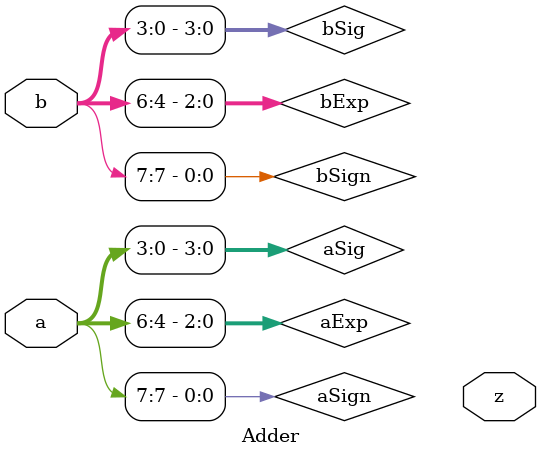
<source format=v>
`timescale 1ns / 1ps

module Adder(
    input[7:0] a,b,
    output [7:0] z
    );
    
    
    wire aSign, bSign;
    assign aSign=a[7]; assign bSign=b[7];
    //Pass in Exponents as offset by 3 so no negative exponents leave
    wire [2:0] aExp, bExp;
    assign aExp=a[6:4]; assign bExp=b[6:4];
    wire [3:0] aSig,bSig;
    assign aSig=a[3:0]; assign bSig=b[3:0];    
    
    //Skip for if either are 0
    reg [1:0] zeroCase;
    //Simplify equations
    reg [4:0] smExp;
    reg [4:0] lgExp;
    reg [4:0] dfExp;
    reg [4:0] sumExp;
    reg[3:0] smSig;
    reg[3:0] lgSig;
    reg[4:0] sumSig;
    reg largeCount=0;
    //For loop for different signed
    reg [3:0] indexCount;

always@(*) begin

//1. If both inputs are zero, sum is zero
    zeroCase[0]=((aExp==0)&&(aSig==0))?1:0;
    zeroCase[1]=((bExp==0)&&(bSig==0))?1:0;
    //All zeros
    if(zeroCase==2'b11) begin sumSig=0;sumExp=0; end
    //b=0
    else if(zeroCase==2'b10) begin sumSig=aSig; sumExp=aExp; end
    //a=0
    else if(zeroCase==2'b01) begin sumSig=bSig; sumExp=bExp; end
    else begin
    //2. Determine bigger input by comparing exponenets and mantissas
        //Different Signs
        if(aSign!=bSign) begin
            //if a is neg
            if(aSign) begin  smExp=aExp;lgExp=bExp;smSig=aSig;lgSig=bSig; largeCount=0;  end
            else begin smExp=bExp;lgExp=aExp; smSig=bSig; lgSig=aSig; largeCount=1;  end
        end
        //Same sign, differnt exponents
        else if(aExp!=bExp) begin
            if(aExp<bExp) begin  smExp=aExp;lgExp=bExp;smSig=aSig;lgSig=bSig; largeCount=0;  end
            else begin smExp=bExp;lgExp=aExp; smSig=bSig; lgSig=aSig; largeCount=1;  end
        end
        //Same sign and exponents, different Sig?
        else begin
            if(aSig<=bSig) begin  smExp=aExp;lgExp=bExp;smSig=aSig;lgSig=bSig; largeCount=0;  end
            else begin smExp=bExp;lgExp=aExp; smSig=bSig; lgSig=aSig; largeCount=1;  end
        end  
        
    //3. Determine difference in exponents and shift smaller Sig right to diff
    //Dc about truncated values anyways
        dfExp=lgExp-smExp;  
        sumSig=smSig>>dfExp;
        sumExp=lgExp;
        //if diff in Exp >3, no need to do calc.
        if(dfExp<3) begin
        //4. If same sign, add big& shifted sig, if >1, shift sig sum right 1 bit and increment exp
            if(aSign==bSign) begin    
                sumSig=lgSig+smSig;
                if(sumSig[4])begin
                    sumSig=sumSig>>1;
                    sumExp=lgExp+1;
                end
           end//end 4.
        //5. If diff signs, subtract bigger and smaller so result is positive,
        // shift mant until high bit set, decrement exp, sign is of bigger input   .
            else begin
                sumSig=lgSig-smSig;
                for (indexCount=4;indexCount!=0;indexCount=indexCount-1) begin
                    if(sumSig[4]==sumSig[3]) begin
                        sumSig=sumSig<<1;
                        sumExp=sumExp-1;
                    end
                end
            end//end 5.
        end//end 3.if diffExp<3
        else begin
            if(largeCount) begin sumSig=bSig;sumExp=bExp; end
            else begin sumSig=aSig; sumExp=aExp; end
        end//end else loop
    end//nonzero loop
end      
endmodule

</source>
